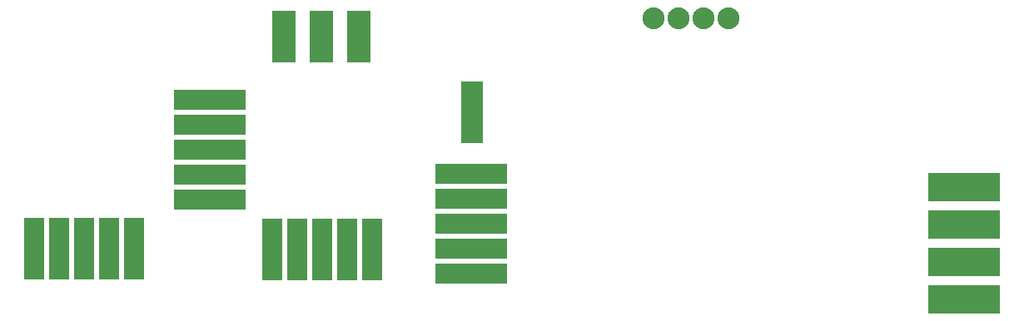
<source format=gbs>
G04 MADE WITH FRITZING*
G04 WWW.FRITZING.ORG*
G04 DOUBLE SIDED*
G04 HOLES PLATED*
G04 CONTOUR ON CENTER OF CONTOUR VECTOR*
%ASAXBY*%
%FSLAX23Y23*%
%MOIN*%
%OFA0B0*%
%SFA1.0B1.0*%
%ADD10C,0.088000*%
%ADD11R,0.088740X0.246220*%
%ADD12R,0.096614X0.206850*%
%ADD13R,0.285590X0.080866*%
%ADD14R,0.080866X0.246220*%
%ADD15R,0.285590X0.113659*%
%LNMASK0*%
G90*
G70*
G54D10*
X3699Y5657D03*
X3599Y5657D03*
X3499Y5657D03*
X3399Y5657D03*
G54D11*
X2670Y5281D03*
G54D12*
X2219Y5583D03*
X2069Y5583D03*
X1919Y5583D03*
G54D13*
X2669Y4733D03*
X1620Y5031D03*
G54D14*
X2170Y4731D03*
X2270Y4731D03*
X1870Y4731D03*
X2070Y4731D03*
X1970Y4731D03*
X919Y4733D03*
X1019Y4733D03*
X1119Y4733D03*
X1219Y4733D03*
X1319Y4733D03*
G54D13*
X2669Y4633D03*
X1620Y4931D03*
X2669Y4833D03*
X1620Y5131D03*
X2669Y4933D03*
X1620Y5231D03*
X2669Y5033D03*
X1620Y5331D03*
G54D15*
X4642Y4531D03*
X4642Y4681D03*
X4642Y4831D03*
X4642Y4981D03*
G04 End of Mask0*
M02*
</source>
